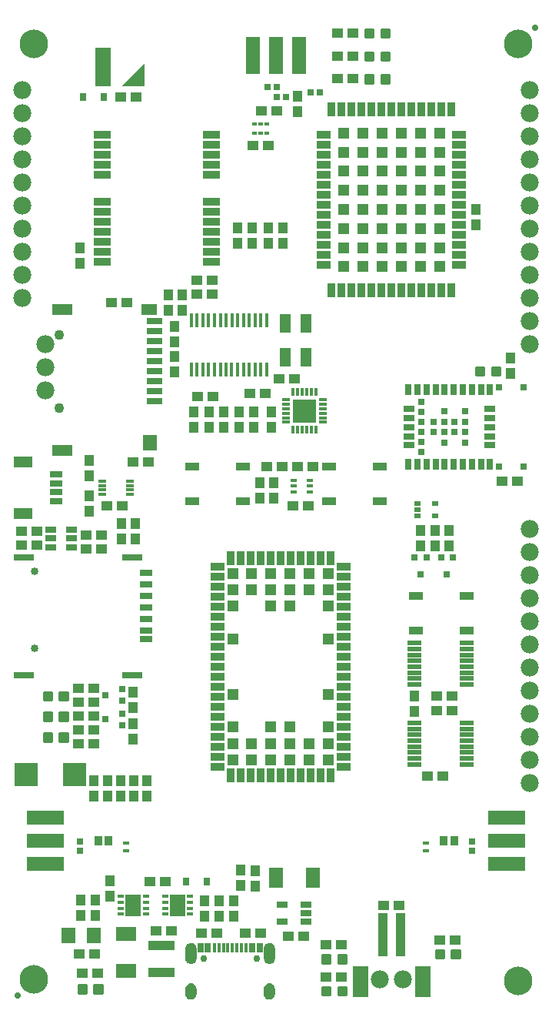
<source format=gbr>
G04 EAGLE Gerber RS-274X export*
G75*
%MOMM*%
%FSLAX34Y34*%
%LPD*%
%INSoldermask Top*%
%IPPOS*%
%AMOC8*
5,1,8,0,0,1.08239X$1,22.5*%
G01*
%ADD10R,0.400000X1.100000*%
%ADD11R,0.700000X1.100000*%
%ADD12C,0.750000*%
%ADD13R,1.200000X1.100000*%
%ADD14R,0.750000X0.400000*%
%ADD15R,1.700000X2.450000*%
%ADD16R,1.100000X1.200000*%
%ADD17R,1.624000X0.862000*%
%ADD18R,2.900000X1.100000*%
%ADD19R,1.500000X1.700000*%
%ADD20C,0.396000*%
%ADD21R,2.100000X1.300000*%
%ADD22R,1.450000X0.700000*%
%ADD23R,1.300000X0.650000*%
%ADD24R,1.100000X4.700000*%
%ADD25R,1.700000X3.500000*%
%ADD26C,1.979600*%
%ADD27R,1.300000X0.700000*%
%ADD28R,0.760400X0.455600*%
%ADD29R,0.950000X1.000000*%
%ADD30R,0.900000X0.400000*%
%ADD31R,0.800000X0.800000*%
%ADD32R,0.800000X0.520000*%
%ADD33R,1.620000X2.310000*%
%ADD34R,1.600000X0.550000*%
%ADD35R,1.600000X0.900000*%
%ADD36R,0.900000X1.600000*%
%ADD37R,1.200000X1.200000*%
%ADD38R,0.760000X0.400000*%
%ADD39R,0.950000X0.400000*%
%ADD40R,0.400000X0.950000*%
%ADD41R,2.650000X2.650000*%
%ADD42R,0.450000X1.600000*%
%ADD43R,0.730000X0.930000*%
%ADD44R,1.700000X4.200000*%
%ADD45C,0.735000*%
%ADD46C,3.148000*%
%ADD47R,2.660397X2.599994*%
%ADD48R,1.600000X4.100000*%
%ADD49R,4.100000X1.600000*%
%ADD50R,1.200000X2.000000*%
%ADD51R,0.800000X1.250000*%
%ADD52R,1.250000X0.800000*%
%ADD53R,1.700000X0.800000*%
%ADD54C,1.100000*%
%ADD55R,2.300000X1.300000*%
%ADD56R,1.700000X1.300000*%
%ADD57R,1.900000X0.900000*%
%ADD58R,0.700000X0.700000*%
%ADD59R,2.310000X1.620000*%
%ADD60R,0.510000X0.430000*%
%ADD61C,0.850000*%
%ADD62R,2.200000X0.800000*%
%ADD63R,1.330000X0.750000*%

G36*
X146831Y1008006D02*
X146831Y1008006D01*
X146848Y1008003D01*
X146898Y1008025D01*
X146949Y1008040D01*
X146960Y1008053D01*
X146976Y1008060D01*
X147006Y1008105D01*
X147041Y1008145D01*
X147044Y1008162D01*
X147053Y1008177D01*
X147064Y1008250D01*
X147064Y1032250D01*
X147052Y1032292D01*
X147049Y1032336D01*
X147033Y1032358D01*
X147025Y1032384D01*
X146992Y1032413D01*
X146966Y1032448D01*
X146940Y1032458D01*
X146920Y1032476D01*
X146876Y1032483D01*
X146836Y1032498D01*
X146809Y1032493D01*
X146782Y1032497D01*
X146741Y1032479D01*
X146699Y1032470D01*
X146663Y1032444D01*
X146654Y1032440D01*
X146650Y1032435D01*
X146639Y1032426D01*
X122639Y1008426D01*
X122618Y1008388D01*
X122589Y1008355D01*
X122585Y1008328D01*
X122572Y1008304D01*
X122575Y1008260D01*
X122568Y1008217D01*
X122579Y1008192D01*
X122581Y1008164D01*
X122607Y1008129D01*
X122625Y1008089D01*
X122648Y1008074D01*
X122664Y1008052D01*
X122705Y1008036D01*
X122742Y1008012D01*
X122785Y1008005D01*
X122794Y1008002D01*
X122801Y1008003D01*
X122815Y1008001D01*
X146815Y1008001D01*
X146831Y1008006D01*
G37*
G36*
X285784Y42883D02*
X285784Y42883D01*
X285790Y42889D01*
X285795Y42885D01*
X287025Y43250D01*
X287030Y43257D01*
X287035Y43255D01*
X288154Y43885D01*
X288157Y43892D01*
X288163Y43891D01*
X289113Y44754D01*
X289114Y44762D01*
X289120Y44762D01*
X289854Y45815D01*
X289854Y45823D01*
X289859Y45825D01*
X290341Y47015D01*
X290339Y47020D01*
X290343Y47023D01*
X290342Y47024D01*
X290344Y47025D01*
X290549Y48292D01*
X290546Y48297D01*
X290549Y48300D01*
X290549Y60300D01*
X290546Y60305D01*
X290549Y60307D01*
X290354Y61587D01*
X290348Y61593D01*
X290351Y61597D01*
X289876Y62801D01*
X289869Y62806D01*
X289871Y62811D01*
X289140Y63879D01*
X289133Y63882D01*
X289133Y63888D01*
X288183Y64767D01*
X288175Y64767D01*
X288174Y64773D01*
X287053Y65418D01*
X287044Y65417D01*
X287042Y65423D01*
X285805Y65802D01*
X285800Y65801D01*
X285797Y65801D01*
X285794Y65804D01*
X284504Y65899D01*
X284503Y65899D01*
X284497Y65899D01*
X283366Y65832D01*
X283361Y65827D01*
X283357Y65831D01*
X282260Y65544D01*
X282256Y65538D01*
X282251Y65541D01*
X281232Y65046D01*
X281229Y65040D01*
X281224Y65041D01*
X280321Y64357D01*
X280319Y64350D01*
X280314Y64350D01*
X279561Y63503D01*
X279561Y63496D01*
X279556Y63495D01*
X278983Y62518D01*
X278984Y62515D01*
X278983Y62514D01*
X278984Y62513D01*
X278984Y62511D01*
X278979Y62509D01*
X278608Y61438D01*
X278610Y61433D01*
X278607Y61431D01*
X278607Y61430D01*
X278606Y61429D01*
X278451Y60307D01*
X278454Y60302D01*
X278451Y60300D01*
X278451Y48300D01*
X278454Y48295D01*
X278451Y48292D01*
X278656Y47025D01*
X278662Y47019D01*
X278659Y47015D01*
X279141Y45825D01*
X279148Y45821D01*
X279146Y45815D01*
X279880Y44762D01*
X279888Y44760D01*
X279887Y44754D01*
X280837Y43891D01*
X280846Y43890D01*
X280846Y43885D01*
X281965Y43255D01*
X281973Y43256D01*
X281975Y43250D01*
X283205Y42885D01*
X283213Y42888D01*
X283216Y42883D01*
X284497Y42801D01*
X284501Y42804D01*
X284503Y42801D01*
X285784Y42883D01*
G37*
G36*
X199384Y42883D02*
X199384Y42883D01*
X199390Y42889D01*
X199395Y42885D01*
X200625Y43250D01*
X200630Y43257D01*
X200635Y43255D01*
X201754Y43885D01*
X201757Y43892D01*
X201763Y43891D01*
X202713Y44754D01*
X202714Y44762D01*
X202720Y44762D01*
X203454Y45815D01*
X203454Y45823D01*
X203459Y45825D01*
X203941Y47015D01*
X203939Y47020D01*
X203943Y47023D01*
X203942Y47024D01*
X203944Y47025D01*
X204149Y48292D01*
X204146Y48297D01*
X204149Y48300D01*
X204149Y60300D01*
X204146Y60305D01*
X204149Y60307D01*
X203954Y61587D01*
X203948Y61593D01*
X203951Y61597D01*
X203476Y62801D01*
X203469Y62806D01*
X203471Y62811D01*
X202740Y63879D01*
X202733Y63882D01*
X202733Y63888D01*
X201783Y64767D01*
X201775Y64767D01*
X201774Y64773D01*
X200653Y65418D01*
X200644Y65417D01*
X200642Y65423D01*
X199405Y65802D01*
X199400Y65801D01*
X199397Y65801D01*
X199394Y65804D01*
X198104Y65899D01*
X198103Y65899D01*
X198097Y65899D01*
X196966Y65832D01*
X196961Y65827D01*
X196957Y65831D01*
X195860Y65544D01*
X195856Y65538D01*
X195851Y65541D01*
X194832Y65046D01*
X194829Y65040D01*
X194824Y65041D01*
X193921Y64357D01*
X193919Y64350D01*
X193914Y64350D01*
X193161Y63503D01*
X193161Y63496D01*
X193156Y63495D01*
X192583Y62518D01*
X192584Y62515D01*
X192583Y62514D01*
X192584Y62513D01*
X192584Y62511D01*
X192579Y62509D01*
X192208Y61438D01*
X192210Y61433D01*
X192207Y61431D01*
X192207Y61430D01*
X192206Y61429D01*
X192051Y60307D01*
X192054Y60302D01*
X192051Y60300D01*
X192051Y48300D01*
X192054Y48295D01*
X192051Y48292D01*
X192256Y47025D01*
X192262Y47019D01*
X192259Y47015D01*
X192741Y45825D01*
X192748Y45821D01*
X192746Y45815D01*
X193480Y44762D01*
X193488Y44760D01*
X193487Y44754D01*
X194437Y43891D01*
X194446Y43890D01*
X194446Y43885D01*
X195565Y43255D01*
X195573Y43256D01*
X195575Y43250D01*
X196805Y42885D01*
X196813Y42888D01*
X196816Y42883D01*
X198097Y42801D01*
X198101Y42804D01*
X198103Y42801D01*
X199384Y42883D01*
G37*
G36*
X285671Y3611D02*
X285671Y3611D01*
X285676Y3616D01*
X285680Y3613D01*
X286803Y3948D01*
X286807Y3954D01*
X286811Y3952D01*
X287847Y4500D01*
X287850Y4506D01*
X287855Y4505D01*
X288763Y5244D01*
X288765Y5251D01*
X288770Y5251D01*
X289517Y6153D01*
X289517Y6161D01*
X289523Y6161D01*
X290079Y7192D01*
X290078Y7199D01*
X290083Y7201D01*
X290427Y8320D01*
X290425Y8327D01*
X290429Y8330D01*
X290549Y9495D01*
X290547Y9498D01*
X290549Y9500D01*
X290549Y15500D01*
X290547Y15503D01*
X290549Y15505D01*
X290438Y16681D01*
X290433Y16686D01*
X290436Y16690D01*
X290098Y17822D01*
X290092Y17826D01*
X290094Y17831D01*
X289542Y18875D01*
X289535Y18878D01*
X289537Y18883D01*
X288791Y19799D01*
X288784Y19800D01*
X288784Y19806D01*
X287875Y20559D01*
X287867Y20559D01*
X287867Y20564D01*
X286827Y21125D01*
X286820Y21124D01*
X286818Y21129D01*
X285689Y21476D01*
X285683Y21474D01*
X285680Y21478D01*
X284505Y21599D01*
X284498Y21595D01*
X284494Y21599D01*
X283154Y21442D01*
X283148Y21437D01*
X283143Y21440D01*
X281872Y20989D01*
X281867Y20982D01*
X281862Y20984D01*
X280723Y20262D01*
X280720Y20254D01*
X280714Y20255D01*
X279764Y19297D01*
X279763Y19289D01*
X279757Y19288D01*
X279044Y18143D01*
X279045Y18135D01*
X279039Y18133D01*
X278599Y16857D01*
X278601Y16850D01*
X278597Y16847D01*
X278451Y15505D01*
X278453Y15502D01*
X278451Y15500D01*
X278451Y9500D01*
X278453Y9497D01*
X278451Y9494D01*
X278606Y8165D01*
X278612Y8159D01*
X278609Y8155D01*
X279056Y6894D01*
X279063Y6889D01*
X279061Y6884D01*
X279778Y5754D01*
X279785Y5751D01*
X279784Y5745D01*
X280735Y4803D01*
X280743Y4802D01*
X280743Y4796D01*
X281879Y4089D01*
X281887Y4090D01*
X281889Y4084D01*
X283154Y3648D01*
X283159Y3649D01*
X283160Y3649D01*
X283163Y3649D01*
X283165Y3645D01*
X284495Y3501D01*
X284501Y3505D01*
X284505Y3501D01*
X285671Y3611D01*
G37*
G36*
X199271Y3611D02*
X199271Y3611D01*
X199276Y3616D01*
X199280Y3613D01*
X200403Y3948D01*
X200407Y3954D01*
X200411Y3952D01*
X201447Y4500D01*
X201450Y4506D01*
X201455Y4505D01*
X202363Y5244D01*
X202365Y5251D01*
X202370Y5251D01*
X203117Y6153D01*
X203117Y6161D01*
X203123Y6161D01*
X203679Y7192D01*
X203678Y7199D01*
X203683Y7201D01*
X204027Y8320D01*
X204025Y8327D01*
X204029Y8330D01*
X204149Y9495D01*
X204147Y9498D01*
X204149Y9500D01*
X204149Y15500D01*
X204147Y15503D01*
X204149Y15505D01*
X204038Y16681D01*
X204033Y16686D01*
X204036Y16690D01*
X203698Y17822D01*
X203692Y17826D01*
X203694Y17831D01*
X203142Y18875D01*
X203135Y18878D01*
X203137Y18883D01*
X202391Y19799D01*
X202384Y19800D01*
X202384Y19806D01*
X201475Y20559D01*
X201467Y20559D01*
X201467Y20564D01*
X200427Y21125D01*
X200420Y21124D01*
X200418Y21129D01*
X199289Y21476D01*
X199283Y21474D01*
X199280Y21478D01*
X198105Y21599D01*
X198098Y21595D01*
X198094Y21599D01*
X196754Y21442D01*
X196748Y21437D01*
X196743Y21440D01*
X195472Y20989D01*
X195467Y20982D01*
X195462Y20984D01*
X194323Y20262D01*
X194320Y20254D01*
X194314Y20255D01*
X193364Y19297D01*
X193363Y19289D01*
X193357Y19288D01*
X192644Y18143D01*
X192645Y18135D01*
X192639Y18133D01*
X192199Y16857D01*
X192201Y16850D01*
X192197Y16847D01*
X192051Y15505D01*
X192053Y15502D01*
X192051Y15500D01*
X192051Y9500D01*
X192053Y9497D01*
X192051Y9494D01*
X192206Y8165D01*
X192212Y8159D01*
X192209Y8155D01*
X192656Y6894D01*
X192663Y6889D01*
X192661Y6884D01*
X193378Y5754D01*
X193385Y5751D01*
X193384Y5745D01*
X194335Y4803D01*
X194343Y4802D01*
X194343Y4796D01*
X195479Y4089D01*
X195487Y4090D01*
X195489Y4084D01*
X196754Y3648D01*
X196759Y3649D01*
X196760Y3649D01*
X196763Y3649D01*
X196765Y3645D01*
X198095Y3501D01*
X198101Y3505D01*
X198105Y3501D01*
X199271Y3611D01*
G37*
D10*
X248800Y60100D03*
X243800Y60100D03*
D11*
X273550Y60100D03*
X265800Y60100D03*
D10*
X258800Y60100D03*
X253800Y60100D03*
X233800Y60100D03*
X238800Y60100D03*
D11*
X209050Y60100D03*
X216800Y60100D03*
D10*
X223800Y60100D03*
X228800Y60100D03*
D12*
X212400Y49050D03*
X270200Y49050D03*
D13*
X209940Y76200D03*
X226940Y76200D03*
X275200Y76200D03*
X258200Y76200D03*
D14*
X197265Y97565D03*
X197265Y104065D03*
X197265Y110565D03*
X197265Y117065D03*
X169765Y117065D03*
X169765Y110565D03*
X169765Y104065D03*
X169765Y97565D03*
D15*
X183515Y107315D03*
D13*
X159775Y79375D03*
X176775Y79375D03*
D16*
X180340Y693810D03*
X180340Y710810D03*
D17*
X255270Y551180D03*
X199390Y551180D03*
X255270Y589280D03*
X199390Y589280D03*
D13*
X91685Y53340D03*
X74685Y53340D03*
D18*
X165735Y33260D03*
X165735Y63260D03*
D19*
X63470Y74295D03*
X91470Y74295D03*
D16*
X252730Y128660D03*
X252730Y145660D03*
X268605Y145025D03*
X268605Y128025D03*
D17*
X406400Y551180D03*
X350520Y551180D03*
X406400Y589280D03*
X350520Y589280D03*
D13*
X169790Y133350D03*
X152790Y133350D03*
X364100Y28575D03*
X347100Y28575D03*
D20*
X360850Y44740D02*
X360850Y51780D01*
X367890Y51780D01*
X367890Y44740D01*
X360850Y44740D01*
X360850Y48502D02*
X367890Y48502D01*
X343310Y51780D02*
X343310Y44740D01*
X343310Y51780D02*
X350350Y51780D01*
X350350Y44740D01*
X343310Y44740D01*
X343310Y48502D02*
X350350Y48502D01*
D16*
X213360Y95005D03*
X213360Y112005D03*
X229235Y95005D03*
X229235Y112005D03*
X245110Y95005D03*
X245110Y112005D03*
D13*
X364100Y63500D03*
X347100Y63500D03*
D20*
X360850Y16855D02*
X360850Y9815D01*
X360850Y16855D02*
X367890Y16855D01*
X367890Y9815D01*
X360850Y9815D01*
X360850Y13577D02*
X367890Y13577D01*
X343310Y16855D02*
X343310Y9815D01*
X343310Y16855D02*
X350350Y16855D01*
X350350Y9815D01*
X343310Y9815D01*
X343310Y13577D02*
X350350Y13577D01*
D21*
X12780Y594420D03*
X12780Y538420D03*
D22*
X49530Y581420D03*
X49530Y571420D03*
X49530Y561420D03*
X49530Y551420D03*
D16*
X85725Y579510D03*
X85725Y596510D03*
X85725Y557775D03*
X85725Y540775D03*
X273685Y571745D03*
X273685Y554745D03*
X289560Y571745D03*
X289560Y554745D03*
D23*
X324786Y88925D03*
X324786Y98425D03*
X324786Y107925D03*
X298784Y107925D03*
X298784Y88925D03*
D13*
X322190Y73025D03*
X305190Y73025D03*
X410600Y107315D03*
X427600Y107315D03*
X472195Y69215D03*
X489195Y69215D03*
D24*
X429100Y75100D03*
X409100Y75100D03*
D25*
X453100Y23100D03*
X385100Y23100D03*
D26*
X406400Y25400D03*
X431800Y25400D03*
D27*
X66745Y510540D03*
X66745Y520040D03*
X66745Y501040D03*
X43745Y520040D03*
X43745Y510540D03*
X43745Y501040D03*
D13*
X82305Y499110D03*
X99305Y499110D03*
D16*
X121920Y510295D03*
X121920Y527295D03*
D13*
X99305Y514350D03*
X82305Y514350D03*
X11185Y518160D03*
X28185Y518160D03*
X11185Y502920D03*
X28185Y502920D03*
D16*
X106045Y244085D03*
X106045Y227085D03*
X120650Y244085D03*
X120650Y227085D03*
X91440Y244085D03*
X91440Y227085D03*
D28*
X127000Y175768D03*
X127000Y167132D03*
D29*
X107400Y177800D03*
X95800Y177800D03*
D30*
X131070Y558920D03*
X131070Y563920D03*
X131070Y568920D03*
X131070Y573920D03*
X100070Y558920D03*
X100070Y563920D03*
X100070Y568920D03*
X100070Y573920D03*
D13*
X105800Y546735D03*
X122800Y546735D03*
X469020Y321310D03*
X486020Y321310D03*
D16*
X444500Y337430D03*
X444500Y320430D03*
D31*
X486560Y489945D03*
X473560Y489945D03*
X480060Y471445D03*
D16*
X482600Y519675D03*
X482600Y502675D03*
D32*
X466700Y548790D03*
X466700Y535790D03*
X447700Y548790D03*
X447700Y535790D03*
X447700Y542290D03*
D31*
X457350Y489945D03*
X444350Y489945D03*
X450850Y471445D03*
D16*
X450850Y519675D03*
X450850Y502675D03*
D31*
X122280Y331955D03*
X122280Y344955D03*
X103780Y338455D03*
D16*
X134620Y341875D03*
X134620Y324875D03*
D20*
X54145Y333665D02*
X54145Y340705D01*
X61185Y340705D01*
X61185Y333665D01*
X54145Y333665D01*
X54145Y337427D02*
X61185Y337427D01*
X36605Y340705D02*
X36605Y333665D01*
X36605Y340705D02*
X43645Y340705D01*
X43645Y333665D01*
X36605Y333665D01*
X36605Y337427D02*
X43645Y337427D01*
D13*
X91050Y330200D03*
X74050Y330200D03*
D16*
X466725Y519675D03*
X466725Y502675D03*
D13*
X486020Y337185D03*
X469020Y337185D03*
X475225Y248920D03*
X458225Y248920D03*
X134375Y594360D03*
X151375Y594360D03*
D31*
X122280Y305285D03*
X122280Y318285D03*
X103780Y311785D03*
D16*
X134620Y289950D03*
X134620Y306950D03*
D13*
X91050Y299720D03*
X74050Y299720D03*
D33*
X332105Y137160D03*
X291405Y137160D03*
D16*
X135255Y244085D03*
X135255Y227085D03*
D34*
X444075Y395495D03*
X444075Y388995D03*
X444075Y382495D03*
X444075Y375995D03*
X444075Y369495D03*
X444075Y362995D03*
X444075Y356495D03*
X444075Y349995D03*
X502075Y349995D03*
X502075Y356495D03*
X502075Y362995D03*
X502075Y369495D03*
X502075Y375995D03*
X502075Y382495D03*
X502075Y388995D03*
X502075Y395495D03*
X444075Y307865D03*
X444075Y301365D03*
X444075Y294865D03*
X444075Y288365D03*
X444075Y281865D03*
X444075Y275365D03*
X444075Y268865D03*
X444075Y262365D03*
X502075Y262365D03*
X502075Y268865D03*
X502075Y275365D03*
X502075Y281865D03*
X502075Y288365D03*
X502075Y294865D03*
X502075Y301365D03*
X502075Y307865D03*
D16*
X249555Y834780D03*
X249555Y851780D03*
X265430Y834780D03*
X265430Y851780D03*
D28*
X457200Y175768D03*
X457200Y167132D03*
D29*
X476165Y177800D03*
X487765Y177800D03*
D35*
X344170Y954405D03*
X344170Y943405D03*
X344170Y932405D03*
X344170Y921405D03*
X344170Y910405D03*
X344170Y899405D03*
X344170Y888405D03*
X344170Y877405D03*
X344170Y866405D03*
X344170Y855405D03*
X344170Y844405D03*
X344170Y833405D03*
X344170Y822405D03*
X344170Y811405D03*
X493670Y954405D03*
X493670Y943405D03*
X493670Y932405D03*
X493670Y921405D03*
X493670Y910405D03*
X493670Y899405D03*
X493670Y888405D03*
X493670Y877405D03*
X493670Y866405D03*
X493670Y855405D03*
X493670Y844405D03*
X493670Y833405D03*
X493670Y822405D03*
X493670Y811405D03*
D36*
X352670Y783405D03*
X363670Y783405D03*
X374670Y783405D03*
X385670Y783405D03*
X396670Y783405D03*
X407670Y783405D03*
X418670Y783405D03*
X429670Y783405D03*
X440670Y783405D03*
X451670Y783405D03*
X462670Y783405D03*
X473670Y783405D03*
X484670Y783405D03*
X484670Y982405D03*
X473670Y982405D03*
X462670Y982405D03*
X451670Y982405D03*
X440670Y982405D03*
X429670Y982405D03*
X418670Y982405D03*
X407670Y982405D03*
X396670Y982405D03*
X385670Y982405D03*
X374670Y982405D03*
X363670Y982405D03*
X352670Y982405D03*
D37*
X366670Y956405D03*
X366670Y935405D03*
X366670Y914405D03*
X366670Y893405D03*
X366670Y872405D03*
X366670Y851405D03*
X366670Y830405D03*
X366670Y809405D03*
X387670Y809405D03*
X387670Y830405D03*
X387670Y851405D03*
X387670Y872405D03*
X387670Y893405D03*
X387670Y914405D03*
X387670Y935405D03*
X387670Y956405D03*
X408670Y956405D03*
X408670Y935405D03*
X408670Y914405D03*
X408670Y893405D03*
X408670Y872405D03*
X408670Y851405D03*
X408670Y830405D03*
X408670Y809405D03*
X429670Y809405D03*
X429670Y830405D03*
X429670Y851405D03*
X429670Y872405D03*
X429670Y893405D03*
X429670Y914405D03*
X429670Y935405D03*
X429670Y956405D03*
X450670Y956405D03*
X450670Y935405D03*
X450670Y914405D03*
X450670Y893405D03*
X450670Y872405D03*
X450670Y851405D03*
X450670Y830405D03*
X450670Y809405D03*
X471670Y809405D03*
X471670Y830405D03*
X471670Y851405D03*
X471670Y872405D03*
X471670Y893405D03*
X471670Y914405D03*
X471670Y935405D03*
X471670Y956405D03*
D16*
X511810Y872100D03*
X511810Y855100D03*
X315595Y997195D03*
X315595Y980195D03*
D20*
X397975Y1012480D02*
X397975Y1019520D01*
X397975Y1012480D02*
X390935Y1012480D01*
X390935Y1019520D01*
X397975Y1019520D01*
X397975Y1016242D02*
X390935Y1016242D01*
X415515Y1019520D02*
X415515Y1012480D01*
X408475Y1012480D01*
X408475Y1019520D01*
X415515Y1019520D01*
X415515Y1016242D02*
X408475Y1016242D01*
D38*
X329240Y561825D03*
X310840Y568325D03*
X310840Y574825D03*
X310840Y561825D03*
X329240Y568325D03*
X329240Y574825D03*
D20*
X530395Y691170D02*
X530395Y698210D01*
X537435Y698210D01*
X537435Y691170D01*
X530395Y691170D01*
X530395Y694932D02*
X537435Y694932D01*
X512855Y698210D02*
X512855Y691170D01*
X512855Y698210D02*
X519895Y698210D01*
X519895Y691170D01*
X512855Y691170D01*
X512855Y694932D02*
X519895Y694932D01*
D39*
X343715Y663375D03*
X343715Y658375D03*
X343715Y653375D03*
X343715Y648375D03*
X343715Y643375D03*
X343715Y638375D03*
D40*
X335715Y630375D03*
X330715Y630375D03*
X325715Y630375D03*
X320715Y630375D03*
X315715Y630375D03*
X310715Y630375D03*
X310715Y671375D03*
X315715Y671375D03*
X320715Y671375D03*
X325715Y671375D03*
X330715Y671375D03*
X335715Y671375D03*
D39*
X302715Y638375D03*
X302715Y643375D03*
X302715Y648375D03*
X302715Y653375D03*
X302715Y658375D03*
X302715Y663375D03*
D41*
X323215Y650875D03*
D42*
X236830Y696265D03*
X236830Y750265D03*
X243030Y696265D03*
X243230Y750265D03*
X230430Y750265D03*
X230430Y696265D03*
X224030Y696265D03*
X224030Y750265D03*
X249630Y750265D03*
X256030Y750265D03*
X249630Y696265D03*
X256030Y696265D03*
X217630Y696265D03*
X262430Y696265D03*
X262430Y750265D03*
X217630Y750265D03*
X211230Y696265D03*
X211230Y750265D03*
X268830Y750265D03*
X268830Y696265D03*
X275230Y696265D03*
X275230Y750265D03*
X204830Y750265D03*
X204830Y696265D03*
X198430Y696265D03*
X198430Y750265D03*
X281630Y750265D03*
X281630Y696265D03*
D16*
X75565Y830190D03*
X75565Y813190D03*
X283210Y834780D03*
X283210Y851780D03*
X299085Y834780D03*
X299085Y851780D03*
D13*
X283455Y942975D03*
X266455Y942975D03*
D43*
X102305Y995680D03*
X79305Y995680D03*
D13*
X137405Y996315D03*
X120405Y996315D03*
D44*
X101515Y1029050D03*
D43*
X192335Y133350D03*
X215335Y133350D03*
D16*
X173355Y778755D03*
X173355Y761755D03*
D13*
X204225Y779145D03*
X221225Y779145D03*
D16*
X188595Y778755D03*
X188595Y761755D03*
D13*
X204225Y794385D03*
X221225Y794385D03*
D16*
X234315Y632850D03*
X234315Y649850D03*
X217805Y632850D03*
X217805Y649850D03*
X201295Y649850D03*
X201295Y632850D03*
D20*
X81745Y18760D02*
X81745Y11720D01*
X74705Y11720D01*
X74705Y18760D01*
X81745Y18760D01*
X81745Y15482D02*
X74705Y15482D01*
X99285Y18760D02*
X99285Y11720D01*
X92245Y11720D01*
X92245Y18760D01*
X99285Y18760D01*
X99285Y15482D02*
X92245Y15482D01*
X475445Y50455D02*
X475445Y57495D01*
X475445Y50455D02*
X468405Y50455D01*
X468405Y57495D01*
X475445Y57495D01*
X475445Y54217D02*
X468405Y54217D01*
X492985Y57495D02*
X492985Y50455D01*
X485945Y50455D01*
X485945Y57495D01*
X492985Y57495D01*
X492985Y54217D02*
X485945Y54217D01*
X408475Y1062645D02*
X408475Y1069685D01*
X415515Y1069685D01*
X415515Y1062645D01*
X408475Y1062645D01*
X408475Y1066407D02*
X415515Y1066407D01*
X390935Y1069685D02*
X390935Y1062645D01*
X390935Y1069685D02*
X397975Y1069685D01*
X397975Y1062645D01*
X390935Y1062645D01*
X390935Y1066407D02*
X397975Y1066407D01*
D13*
X91050Y345440D03*
X74050Y345440D03*
D20*
X408475Y1037245D02*
X408475Y1044285D01*
X415515Y1044285D01*
X415515Y1037245D01*
X408475Y1037245D01*
X408475Y1041007D02*
X415515Y1041007D01*
X390935Y1044285D02*
X390935Y1037245D01*
X390935Y1044285D02*
X397975Y1044285D01*
X397975Y1037245D01*
X390935Y1037245D01*
X390935Y1041007D02*
X397975Y1041007D01*
X54145Y295620D02*
X54145Y288580D01*
X54145Y295620D02*
X61185Y295620D01*
X61185Y288580D01*
X54145Y288580D01*
X54145Y292342D02*
X61185Y292342D01*
X36605Y295620D02*
X36605Y288580D01*
X36605Y295620D02*
X43645Y295620D01*
X43645Y288580D01*
X36605Y288580D01*
X36605Y292342D02*
X43645Y292342D01*
X54145Y311440D02*
X54145Y318480D01*
X61185Y318480D01*
X61185Y311440D01*
X54145Y311440D01*
X54145Y315202D02*
X61185Y315202D01*
X36605Y318480D02*
X36605Y311440D01*
X36605Y318480D02*
X43645Y318480D01*
X43645Y311440D01*
X36605Y311440D01*
X36605Y315202D02*
X43645Y315202D01*
D13*
X91050Y314960D03*
X74050Y314960D03*
D16*
X286385Y649850D03*
X286385Y632850D03*
D13*
X280280Y669925D03*
X263280Y669925D03*
X312030Y685800D03*
X295030Y685800D03*
D16*
X250825Y632850D03*
X250825Y649850D03*
X267335Y649850D03*
X267335Y632850D03*
D13*
X298695Y589915D03*
X281695Y589915D03*
X310270Y546735D03*
X327270Y546735D03*
D16*
X180340Y726830D03*
X180340Y743830D03*
D13*
X205495Y666750D03*
X222495Y666750D03*
D26*
X571500Y241300D03*
X571500Y266700D03*
X571500Y292100D03*
X571500Y317500D03*
X571500Y342900D03*
X571500Y368300D03*
X571500Y393700D03*
X571500Y419100D03*
X571500Y444500D03*
X571500Y469900D03*
X571500Y495300D03*
X571500Y520700D03*
D13*
X292345Y981075D03*
X275345Y981075D03*
D45*
X7620Y7620D03*
X577215Y1072515D03*
D46*
X25400Y1054100D03*
X558800Y24130D03*
X25400Y25400D03*
X558800Y1054100D03*
D47*
X69902Y250825D03*
X16458Y250825D03*
D48*
X266700Y1041400D03*
X292100Y1041400D03*
X317500Y1041400D03*
D49*
X546100Y203200D03*
X546100Y177800D03*
X546100Y152400D03*
X38100Y152400D03*
X38100Y177800D03*
X38100Y203200D03*
D50*
X324555Y709845D03*
X301555Y746845D03*
X301555Y709845D03*
X324555Y746845D03*
D14*
X120870Y117065D03*
X120870Y110565D03*
X120870Y104065D03*
X120870Y97565D03*
X148370Y97565D03*
X148370Y104065D03*
X148370Y110565D03*
X148370Y117065D03*
D15*
X134620Y107315D03*
D16*
X108585Y117230D03*
X108585Y134230D03*
X76835Y113275D03*
X76835Y96275D03*
X92710Y113275D03*
X92710Y96275D03*
D35*
X366045Y259570D03*
X366045Y270570D03*
X366045Y281570D03*
X366045Y292570D03*
X366045Y303570D03*
X366045Y314570D03*
X366045Y325570D03*
X366045Y336570D03*
X366045Y347570D03*
X366045Y358570D03*
X366045Y369570D03*
X366045Y380570D03*
X366045Y391570D03*
X366045Y402570D03*
X366045Y413570D03*
X366045Y424570D03*
X366045Y435570D03*
X366045Y446570D03*
X366045Y457570D03*
X366045Y468570D03*
X366045Y479570D03*
D36*
X351545Y489070D03*
X340545Y489070D03*
X329545Y489070D03*
X318545Y489070D03*
X307545Y489070D03*
X296545Y489070D03*
X285545Y489070D03*
X274545Y489070D03*
X263545Y489070D03*
X252545Y489070D03*
X241545Y489070D03*
D35*
X227045Y479570D03*
X227045Y468570D03*
X227045Y457570D03*
X227045Y446570D03*
X227045Y435570D03*
X227045Y424570D03*
X227045Y413570D03*
X227045Y402570D03*
X227045Y391570D03*
X227045Y380570D03*
X227045Y369570D03*
X227045Y358570D03*
X227045Y347570D03*
X227045Y336570D03*
X227045Y325570D03*
X227045Y314570D03*
X227045Y303570D03*
X227045Y292570D03*
X227045Y281570D03*
X227045Y270570D03*
X227045Y259570D03*
D36*
X241545Y250070D03*
X252545Y250070D03*
X263545Y250070D03*
X274545Y250070D03*
X285545Y250070D03*
X296545Y250070D03*
X307545Y250070D03*
X318545Y250070D03*
X329545Y250070D03*
X340545Y250070D03*
X351545Y250070D03*
D37*
X349045Y267070D03*
X328045Y267070D03*
X307045Y267070D03*
X286045Y267070D03*
X265045Y267070D03*
X244045Y267070D03*
X349045Y285070D03*
X328045Y285070D03*
X307045Y285070D03*
X286045Y285070D03*
X265045Y285070D03*
X244045Y285070D03*
X349045Y303070D03*
X244045Y303070D03*
X349045Y339070D03*
X244045Y339070D03*
X244045Y472070D03*
X265045Y472070D03*
X286045Y472070D03*
X307045Y472070D03*
X328045Y472070D03*
X349045Y472070D03*
X244045Y454070D03*
X265045Y454070D03*
X286045Y454070D03*
X307045Y454070D03*
X328045Y454070D03*
X349045Y454070D03*
X244045Y436070D03*
X349045Y436070D03*
X244045Y400070D03*
X349045Y400070D03*
X307045Y303070D03*
X286045Y303070D03*
X307045Y436070D03*
X286045Y436070D03*
D51*
X437545Y591845D03*
X447545Y591845D03*
X457545Y591845D03*
X467545Y591845D03*
X477545Y591845D03*
X487545Y591845D03*
X497545Y591845D03*
X507545Y591845D03*
X517545Y591845D03*
X527545Y591845D03*
D52*
X526795Y613095D03*
X526795Y623095D03*
X526795Y633095D03*
X526795Y643095D03*
X526795Y653095D03*
D51*
X527545Y674345D03*
X517545Y674345D03*
X507545Y674345D03*
X497545Y674345D03*
X487545Y674345D03*
X477545Y674345D03*
X467545Y674345D03*
X457545Y674345D03*
X447545Y674345D03*
X437545Y674345D03*
D52*
X438295Y653095D03*
X438295Y643095D03*
X438295Y633095D03*
X438295Y623095D03*
X438295Y613095D03*
D31*
X452045Y605595D03*
X452045Y616595D03*
X452045Y627595D03*
X452045Y638595D03*
X452045Y649595D03*
X452045Y660595D03*
X499845Y616095D03*
X499845Y627595D03*
X499845Y639095D03*
X499845Y650595D03*
X488345Y627595D03*
X488345Y639095D03*
X476845Y616095D03*
X476845Y627595D03*
X476845Y639095D03*
X476845Y650595D03*
X465345Y627595D03*
X465345Y639095D03*
X564045Y589595D03*
X537545Y589595D03*
X564045Y676595D03*
X537545Y676595D03*
D13*
X540775Y573405D03*
X557775Y573405D03*
D16*
X549910Y708905D03*
X549910Y691905D03*
X149860Y244085D03*
X149860Y227085D03*
D53*
X157705Y684030D03*
X157705Y673030D03*
X157705Y662030D03*
X157705Y695030D03*
X157705Y706030D03*
X157705Y717030D03*
X157705Y728030D03*
X157705Y739030D03*
X157705Y750030D03*
D54*
X52705Y654030D03*
X52705Y734030D03*
D55*
X56705Y607030D03*
X56705Y762030D03*
D19*
X152705Y616030D03*
D56*
X151705Y762030D03*
D13*
X95495Y32385D03*
X78495Y32385D03*
X359800Y1066165D03*
X376800Y1066165D03*
X359800Y1040765D03*
X376800Y1040765D03*
X359800Y1016000D03*
X376800Y1016000D03*
X127245Y770255D03*
X110245Y770255D03*
D57*
X220655Y814555D03*
X220655Y825555D03*
X220655Y836555D03*
X220655Y847555D03*
X220655Y858555D03*
X220655Y869555D03*
X220655Y880555D03*
X220655Y910555D03*
X220655Y921555D03*
X220655Y932555D03*
X220655Y943555D03*
X220655Y954555D03*
X100655Y954555D03*
X100655Y943555D03*
X100655Y932555D03*
X100655Y921555D03*
X100655Y910555D03*
X100655Y880555D03*
X100655Y869555D03*
X100655Y858555D03*
X100655Y847555D03*
X100655Y836555D03*
X100655Y825555D03*
X100655Y814555D03*
D17*
X445770Y447040D03*
X501650Y447040D03*
X445770Y408940D03*
X501650Y408940D03*
D58*
X292815Y996315D03*
X302815Y996315D03*
X339645Y1001395D03*
X329645Y1001395D03*
X292655Y1007110D03*
X282655Y1007110D03*
X76200Y177085D03*
X76200Y167085D03*
X508000Y177085D03*
X508000Y167085D03*
D59*
X126365Y34925D03*
X126365Y75625D03*
D13*
X332350Y589915D03*
X315350Y589915D03*
D60*
X281455Y966216D03*
X274955Y966216D03*
X268455Y966216D03*
X268455Y956564D03*
X274955Y956564D03*
X281455Y956564D03*
D26*
X12700Y774700D03*
X12700Y800100D03*
X12700Y825500D03*
X12700Y850900D03*
X12700Y876300D03*
X12700Y901700D03*
X12700Y927100D03*
X12700Y952500D03*
X12700Y977900D03*
X12700Y1003300D03*
D61*
X26160Y389765D03*
X26160Y474765D03*
D62*
X133660Y359865D03*
X133660Y489765D03*
X13660Y489765D03*
X13660Y359865D03*
D63*
X149010Y473065D03*
X149010Y460365D03*
X149010Y447665D03*
X149010Y434965D03*
X149010Y422265D03*
X149010Y409565D03*
X149010Y400065D03*
D16*
X137160Y510295D03*
X137160Y527295D03*
D26*
X571500Y723900D03*
X571500Y749300D03*
X571500Y774700D03*
X571500Y800100D03*
X571500Y825500D03*
X571500Y850900D03*
X571500Y876300D03*
X571500Y901700D03*
X571500Y927100D03*
X571500Y952500D03*
X571500Y977900D03*
X571500Y1003300D03*
X38100Y723900D03*
X38100Y698500D03*
X38100Y673100D03*
D13*
X91050Y284480D03*
X74050Y284480D03*
M02*

</source>
